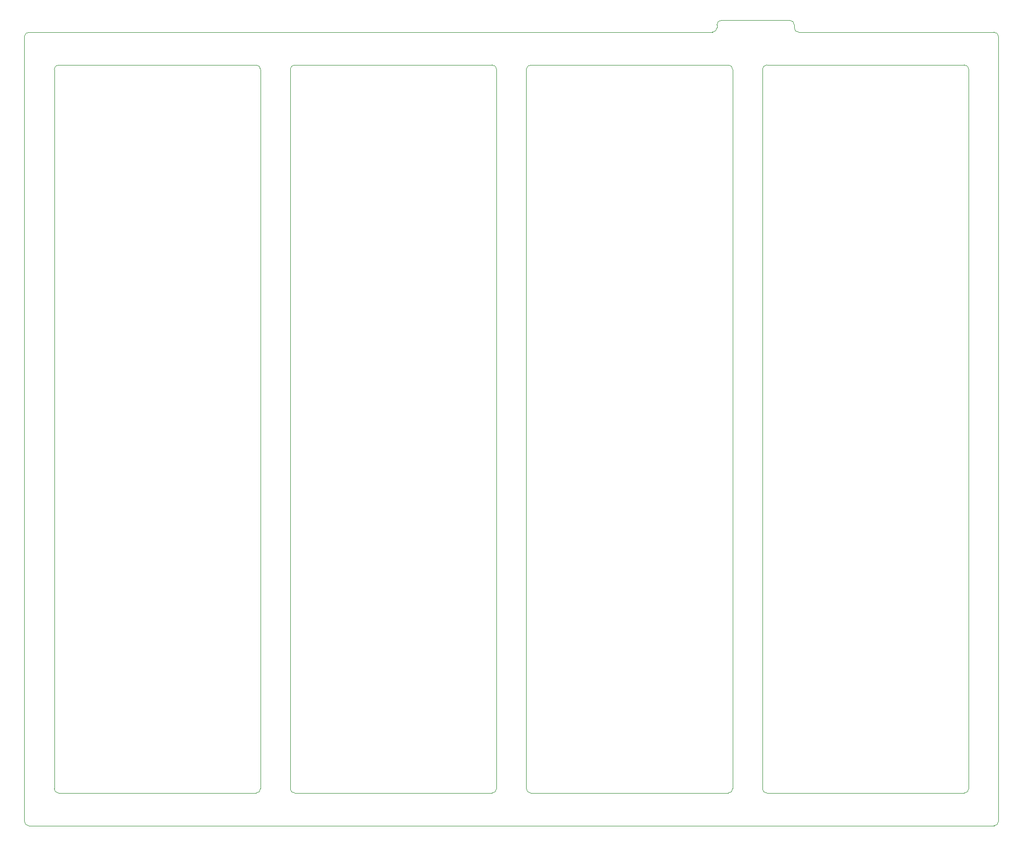
<source format=gm1>
G04 #@! TF.GenerationSoftware,KiCad,Pcbnew,8.0.0-1.fc39*
G04 #@! TF.CreationDate,2024-03-18T17:57:31+01:00*
G04 #@! TF.ProjectId,FT24-AMS-Slave_v1-VTSENS,46543234-2d41-44d5-932d-536c6176655f,rev?*
G04 #@! TF.SameCoordinates,Original*
G04 #@! TF.FileFunction,Profile,NP*
%FSLAX46Y46*%
G04 Gerber Fmt 4.6, Leading zero omitted, Abs format (unit mm)*
G04 Created by KiCad (PCBNEW 8.0.0-1.fc39) date 2024-03-18 17:57:31*
%MOMM*%
%LPD*%
G01*
G04 APERTURE LIST*
G04 #@! TA.AperFunction,Profile*
%ADD10C,0.020000*%
G04 #@! TD*
G04 APERTURE END LIST*
D10*
X183241890Y-152850000D02*
X150077900Y-152850000D01*
X227905854Y-25000000D02*
X195089863Y-25000000D01*
X193589863Y-23000000D02*
X192883663Y-23000000D01*
X189741900Y-152850000D02*
G75*
G02*
X188991900Y-152100000I0J750000D01*
G01*
X183991890Y-31250000D02*
X183991890Y-152100000D01*
X223655854Y-31250000D02*
X223655854Y-152100000D01*
X181339863Y-24250000D02*
G75*
G02*
X180589863Y-24999963I-749963J0D01*
G01*
X143571655Y-152850000D02*
X110414000Y-152850000D01*
X110414000Y-152850000D02*
G75*
G02*
X109663961Y-152090256I100J750200D01*
G01*
X183991890Y-152100000D02*
G75*
G02*
X183241890Y-152849990I-749990J0D01*
G01*
X70000000Y-152100000D02*
X70000000Y-31250000D01*
X110413963Y-30500000D02*
X143577927Y-30500000D01*
X70750000Y-30500000D02*
X103913963Y-30500000D01*
X228655854Y-157599900D02*
X228655854Y-25750000D01*
X144327927Y-152100000D02*
G75*
G02*
X143571655Y-152850001I-750027J0D01*
G01*
X195089863Y-25000000D02*
G75*
G02*
X194339900Y-24250000I37J750000D01*
G01*
X149327927Y-152093756D02*
X149327927Y-31250000D01*
X149327927Y-31250000D02*
G75*
G02*
X150077927Y-30500027I749973J0D01*
G01*
X180589863Y-25000000D02*
X65750000Y-25000000D01*
X150077900Y-152850000D02*
G75*
G02*
X149327926Y-152093756I0J750000D01*
G01*
X193589863Y-23000000D02*
G75*
G02*
X194339900Y-23750000I37J-750000D01*
G01*
X183241890Y-30500000D02*
G75*
G02*
X183991900Y-31250000I10J-750000D01*
G01*
X181339863Y-23750000D02*
X181339863Y-24250000D01*
X188991900Y-152100000D02*
X188991900Y-31250000D01*
X222896884Y-152850000D02*
X189741900Y-152850000D01*
X222905854Y-30500000D02*
G75*
G02*
X223655900Y-31250000I46J-750000D01*
G01*
X103904257Y-152850000D02*
X70750000Y-152850000D01*
X189741890Y-30500000D02*
X222905854Y-30500000D01*
X181339863Y-23750000D02*
G75*
G02*
X182089863Y-22999963I750037J0D01*
G01*
X188991890Y-31250000D02*
G75*
G02*
X189741890Y-30499990I750010J0D01*
G01*
X104663963Y-152100000D02*
G75*
G02*
X103904257Y-152850002I-750163J100D01*
G01*
X70000000Y-31250000D02*
G75*
G02*
X70750000Y-30500000I750000J0D01*
G01*
X103913963Y-30500000D02*
G75*
G02*
X104664000Y-31250000I37J-750000D01*
G01*
X150077927Y-30500000D02*
X183241890Y-30500000D01*
X227905854Y-25000000D02*
G75*
G02*
X228655900Y-25750000I46J-750000D01*
G01*
X194339863Y-24250000D02*
X194339863Y-23750000D01*
X192883663Y-23000000D02*
X182089863Y-23000000D01*
X70750000Y-152850000D02*
G75*
G02*
X70000000Y-152100000I0J750000D01*
G01*
X144327927Y-31250000D02*
X144327927Y-152100000D01*
X65000000Y-25750000D02*
X65000000Y-157600000D01*
X104663963Y-31250000D02*
X104663963Y-152100000D01*
X109663963Y-31250000D02*
G75*
G02*
X110413963Y-30499963I750037J0D01*
G01*
X228655854Y-157599900D02*
G75*
G02*
X227914716Y-158350000I-750154J0D01*
G01*
X109663963Y-152090256D02*
X109663963Y-31250000D01*
X143577927Y-30500000D02*
G75*
G02*
X144327900Y-31250000I-27J-750000D01*
G01*
X65750000Y-158350000D02*
X227914716Y-158350000D01*
X223655854Y-152100000D02*
G75*
G02*
X222896884Y-152850002I-750154J100D01*
G01*
X65000000Y-25750000D02*
G75*
G02*
X65750000Y-25000000I750000J0D01*
G01*
X65750000Y-158350000D02*
G75*
G02*
X65000000Y-157600000I0J750000D01*
G01*
M02*

</source>
